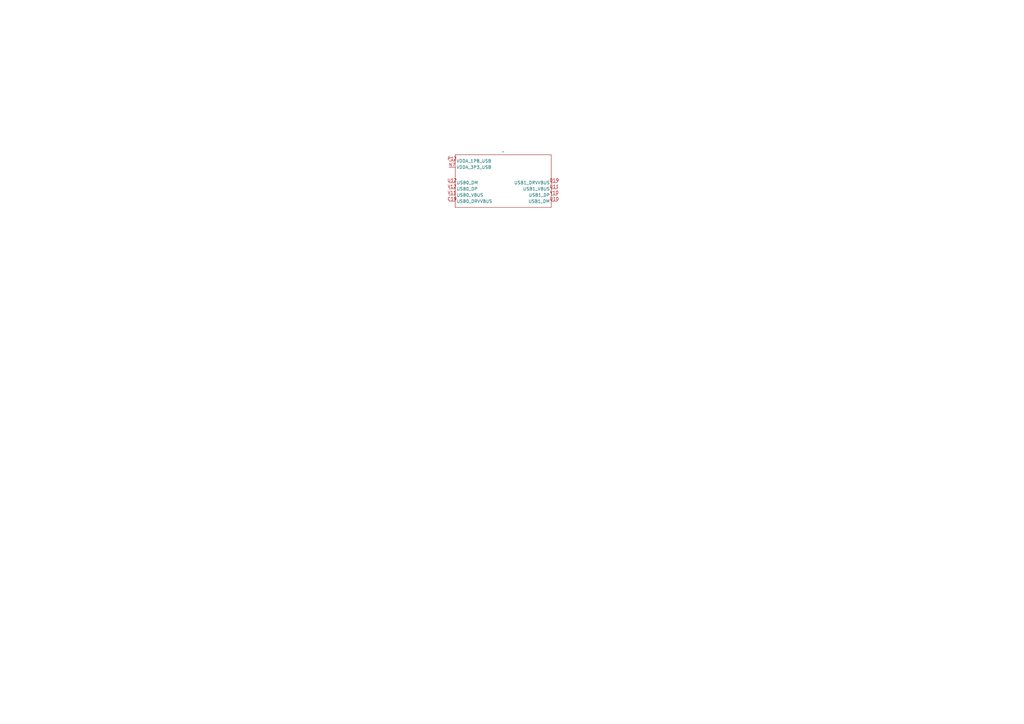
<source format=kicad_sch>
(kicad_sch (version 20250114) (generator "eeschema") (generator_version "9.0")
  (paper "A3")
  (lib_symbols
    (symbol "octavo_Library:osd62x-pm"
      (symbol "osd62x-pm_1_1"
        (rectangle (start -20.32 -2.54) (end 19.05 -198.12))
        (pin power_in line (at -22.86 -5.08 0) (length 2.54) (name "VDD_CORE") (number "G13"))
        (pin power_in line (at -22.86 -7.62 0) (length 2.54) (name "VDD_CORE") (number "G14"))
        (pin power_in line (at -22.86 -10.16 0) (length 2.54) (name "VDD_CORE") (number "G15"))
        (pin power_in line (at -22.86 -12.7 0) (length 2.54) (name "VDD_CORE") (number "G16"))
        (pin power_in line (at -22.86 -15.24 0) (length 2.54) (name "VDD_CORE") (number "G16"))
        (pin power_in line (at -22.86 -17.78 0) (length 2.54) (name "VDD_CORE") (number "H12"))
        (pin power_in line (at -22.86 -20.32 0) (length 2.54) (name "VDD_CORE") (number "H13"))
        (pin power_in line (at -22.86 -22.86 0) (length 2.54) (name "VDD_CORE") (number "H14"))
        (pin power_in line (at -22.86 -25.4 0) (length 2.54) (name "VDD_CORE") (number "H15"))
        (pin power_in line (at -22.86 -27.94 0) (length 2.54) (name "VDD_CORE") (number "H16"))
        (pin power_in line (at -22.86 -30.48 0) (length 2.54) (name "VDD_CORE") (number "J12"))
        (pin power_in line (at -22.86 -33.02 0) (length 2.54) (name "VDD_CORE") (number "J13"))
        (pin power_in line (at -22.86 -35.56 0) (length 2.54) (name "VDD_CORE") (number "J16"))
        (pin power_in line (at -22.86 -38.1 0) (length 2.54) (name "VDD_CORE") (number "K12"))
        (pin power_in line (at -22.86 -40.64 0) (length 2.54) (name "VDD_CORE") (number "K13"))
        (pin power_in line (at -22.86 -43.18 0) (length 2.54) (name "VDD_CORE") (number "K16"))
        (pin power_in line (at -22.86 -45.72 0) (length 2.54) (name "VDD_CORE") (number "L13"))
        (pin power_in line (at -22.86 -48.26 0) (length 2.54) (name "VDD_CORE") (number "L14"))
        (pin power_in line (at -22.86 -50.8 0) (length 2.54) (name "VDD_CORE") (number "L15"))
        (pin power_in line (at -22.86 -55.88 0) (length 2.54) (name "VDDR_CORE") (number "H17"))
        (pin power_in line (at -22.86 -58.42 0) (length 2.54) (name "VDDR_CORE") (number "H18"))
        (pin power_in line (at -22.86 -60.96 0) (length 2.54) (name "VDDR_CORE") (number "J17"))
        (pin power_in line (at -22.86 -63.5 0) (length 2.54) (name "VDDR_CORE") (number "J18"))
        (pin power_in line (at -22.86 -66.04 0) (length 2.54) (name "VDDR_CORE") (number "K17"))
        (pin power_in line (at -22.86 -68.58 0) (length 2.54) (name "VDDR_CORE") (number "K18"))
        (pin power_in line (at -22.86 -71.12 0) (length 2.54) (name "VDDR_CORE") (number "L17"))
        (pin power_in line (at -22.86 -73.66 0) (length 2.54) (name "VDDR_CORE") (number "L18"))
        (pin power_in line (at -22.86 -78.74 0) (length 2.54) (name "DDR_VPP") (number "N10"))
        (pin power_in line (at -22.86 -85.09 0) (length 2.54) (name "VDDA_CORE_CSIRX0") (number "M13"))
        (pin power_in line (at -22.86 -88.9 0) (length 2.54) (name "VDDA_CORE_USB") (number "M12"))
        (pin power_in line (at -22.86 -92.71 0) (length 2.54) (name "VDD_CANUART") (number "G12"))
        (pin power_in line (at -22.86 -102.87 0) (length 2.54) (name "VDDA_1P8_OLDI0") (number "P11"))
        (pin power_in line (at -22.86 -105.41 0) (length 2.54) (name "VDDA_1P8_CSIRX0") (number "P13"))
        (pin power_in line (at -22.86 -107.95 0) (length 2.54) (name "VDDA_1P8_USB") (number "P12"))
        (pin power_in line (at -22.86 -110.49 0) (length 2.54) (name "VDDA_PLL0") (number "N13"))
        (pin power_in line (at -22.86 -113.03 0) (length 2.54) (name "VDDA_PLL1") (number "N14"))
        (pin power_in line (at -22.86 -115.57 0) (length 2.54) (name "VDDA_PLL2") (number "F14"))
        (pin power_in line (at -22.86 -118.11 0) (length 2.54) (name "VDDA_MCU") (number "F13"))
        (pin power_in line (at -22.86 -120.65 0) (length 2.54) (name "VDDA_TEMP") (number "N12"))
        (pin power_in line (at -22.86 -123.19 0) (length 2.54) (name "VDDA_OSC0") (number "D15"))
        (pin power_in line (at -22.86 -125.73 0) (length 2.54) (name "VDDA_3P3_USB") (number "N7"))
        (pin power_in line (at -22.86 -135.89 0) (length 2.54) (name "VPP") (number "C16"))
        (pin power_in line (at -22.86 -144.78 0) (length 2.54) (name "VMON_SYS") (number "A15"))
        (pin power_in line (at -22.86 -149.86 0) (length 2.54) (name "VMON_1P8_SOC") (number "C15"))
        (pin power_in line (at -22.86 -154.94 0) (length 2.54) (name "VMON_3P3_SOC") (number "B15"))
        (pin power_in line (at 21.59 -5.08 180) (length 2.54) (name "VDDS_DDR") (number "K10"))
        (pin power_in line (at 21.59 -7.62 180) (length 2.54) (name "VDDS_DDR") (number "K11"))
        (pin power_in line (at 21.59 -10.16 180) (length 2.54) (name "VDDS_DDR") (number "L9"))
        (pin power_in line (at 21.59 -12.7 180) (length 2.54) (name "VDDS_DDR") (number "L10"))
        (pin power_in line (at 21.59 -15.24 180) (length 2.54) (name "VDDS_DDR") (number "L11"))
        (pin power_in line (at 21.59 -17.78 180) (length 2.54) (name "VDDS_DDR") (number "M8"))
        (pin power_in line (at 21.59 -20.32 180) (length 2.54) (name "VDDS_DDR") (number "M9"))
        (pin power_in line (at 21.59 -22.86 180) (length 2.54) (name "VDDS_DDR") (number "M10"))
        (pin power_in line (at 21.59 -25.4 180) (length 2.54) (name "VDDS_DDR") (number "N8"))
        (pin power_in line (at 21.59 -27.94 180) (length 2.54) (name "VDDS_DDR") (number "N9"))
        (pin power_in line (at 21.59 -31.75 180) (length 2.54) (name "VDDSHV_CANUART") (number "F11"))
        (pin power_in line (at 21.59 -34.29 180) (length 2.54) (name "VDDSHV_CANUART") (number "G10"))
        (pin power_in line (at 21.59 -36.83 180) (length 2.54) (name "VDDSHV_MCU") (number "F12"))
        (pin power_in line (at 21.59 -39.37 180) (length 2.54) (name "VDDSHV_MCU") (number "G11"))
        (pin power_in line (at 21.59 -43.18 180) (length 2.54) (name "VDDSHV0") (number "J21"))
        (pin power_in line (at 21.59 -45.72 180) (length 2.54) (name "VDDSHV0") (number "J22"))
        (pin power_in line (at 21.59 -48.26 180) (length 2.54) (name "VDDSHV1") (number "K21"))
        (pin power_in line (at 21.59 -50.8 180) (length 2.54) (name "VDDSHV1") (number "K22"))
        (pin power_in line (at 21.59 -53.34 180) (length 2.54) (name "VDDSHV2") (number "M21"))
        (pin power_in line (at 21.59 -55.88 180) (length 2.54) (name "VDDSHV2") (number "M22"))
        (pin power_in line (at 21.59 -58.42 180) (length 2.54) (name "VDDSHV3") (number "L21"))
        (pin power_in line (at 21.59 -60.96 180) (length 2.54) (name "VDDSHV3") (number "L22"))
        (pin power_in line (at 21.59 -63.5 180) (length 2.54) (name "VDDSHV4") (number "N11"))
        (pin power_in line (at 21.59 -66.04 180) (length 2.54) (name "VDDSHV4") (number "P10"))
        (pin power_in line (at 21.59 -68.58 180) (length 2.54) (name "VDDSHV5") (number "G21"))
        (pin power_in line (at 21.59 -71.12 180) (length 2.54) (name "VDDSHV5") (number "G22"))
        (pin power_in line (at 21.59 -73.66 180) (length 2.54) (name "VDDSHV6") (number "H21"))
        (pin power_in line (at 21.59 -76.2 180) (length 2.54) (name "VDDSHV6") (number "H22"))
        (pin power_in line (at 21.59 -80.01 180) (length 2.54) (name "VSS") (number "A2"))
        (pin power_in line (at 21.59 -82.55 180) (length 2.54) (name "VSS") (number "A14"))
        (pin power_in line (at 21.59 -85.09 180) (length 2.54) (name "VSS") (number "A27"))
        (pin power_in line (at 21.59 -87.63 180) (length 2.54) (name "VSS") (number "B1"))
        (pin power_in line (at 21.59 -90.17 180) (length 2.54) (name "VSS") (number "B14"))
        (pin power_in line (at 21.59 -92.71 180) (length 2.54) (name "VSS") (number "B28"))
        (pin power_in line (at 21.59 -95.25 180) (length 2.54) (name "VSS") (number "C3"))
        (pin power_in line (at 21.59 -97.79 180) (length 2.54) (name "VSS") (number "C4"))
        (pin power_in line (at 21.59 -100.33 180) (length 2.54) (name "VSS") (number "C14"))
        (pin power_in line (at 21.59 -102.87 180) (length 2.54) (name "VSS") (number "D3"))
        (pin power_in line (at 21.59 -105.41 180) (length 2.54) (name "VSS") (number "D4"))
        (pin power_in line (at 21.59 -107.95 180) (length 2.54) (name "VSS") (number "D14"))
        (pin power_in line (at 21.59 -110.49 180) (length 2.54) (name "VSS") (number "E3"))
        (pin power_in line (at 21.59 -113.03 180) (length 2.54) (name "VSS") (number "E4"))
        (pin power_in line (at 21.59 -115.57 180) (length 2.54) (name "VSS") (number "E5"))
        (pin power_in line (at 21.59 -118.11 180) (length 2.54) (name "VSS") (number "E6"))
        (pin power_in line (at 21.59 -120.65 180) (length 2.54) (name "VSS") (number "E7"))
        (pin power_in line (at 21.59 -123.19 180) (length 2.54) (name "VSS") (number "E8"))
        (pin power_in line (at 21.59 -125.73 180) (length 2.54) (name "VSS") (number "E9"))
        (pin power_in line (at 21.59 -128.27 180) (length 2.54) (name "VSS") (number "E10"))
        (pin power_in line (at 21.59 -130.81 180) (length 2.54) (name "VSS") (number "E11"))
        (pin power_in line (at 21.59 -133.35 180) (length 2.54) (name "VSS") (number "E12"))
        (pin power_in line (at 21.59 -135.89 180) (length 2.54) (name "VSS") (number "E13"))
        (pin power_in line (at 21.59 -138.43 180) (length 2.54) (name "VSS") (number "E16"))
        (pin power_in line (at 21.59 -140.97 180) (length 2.54) (name "VSS") (number "E17"))
        (pin power_in line (at 21.59 -143.51 180) (length 2.54) (name "VSS") (number "E18"))
        (pin power_in line (at 21.59 -146.05 180) (length 2.54) (name "VSS") (number "E19"))
        (pin power_in line (at 21.59 -148.59 180) (length 2.54) (name "VSS") (number "E20"))
        (pin power_in line (at 21.59 -151.13 180) (length 2.54) (name "VSS") (number "E21"))
        (pin power_in line (at 21.59 -153.67 180) (length 2.54) (name "VSS") (number "E22"))
        (pin power_in line (at 21.59 -156.21 180) (length 2.54) (name "VSS") (number "E23"))
        (pin power_in line (at 21.59 -158.75 180) (length 2.54) (name "VSS") (number "E24"))
        (pin power_in line (at 21.59 -161.29 180) (length 2.54) (name "VSS") (number "F19"))
        (pin power_in line (at 21.59 -163.83 180) (length 2.54) (name "VSS") (number "F20"))
        (pin power_in line (at 21.59 -166.37 180) (length 2.54) (name "VSS") (number "F21"))
        (pin power_in line (at 21.59 -168.91 180) (length 2.54) (name "VSS") (number "F22"))
        (pin power_in line (at 21.59 -171.45 180) (length 2.54) (name "VSS") (number "F23"))
        (pin power_in line (at 21.59 -173.99 180) (length 2.54) (name "VSS") (number "F24"))
        (pin power_in line (at 21.59 -176.53 180) (length 2.54) (name "VSS") (number "G19"))
        (pin power_in line (at 21.59 -179.07 180) (length 2.54) (name "VSS") (number "G20"))
        (pin power_in line (at 21.59 -181.61 180) (length 2.54) (name "VSS") (number "G23"))
        (pin power_in line (at 21.59 -184.15 180) (length 2.54) (name "VSS") (number "G24"))
        (pin power_in line (at 21.59 -186.69 180) (length 2.54) (name "VSS") (number "H19"))
        (pin power_in line (at 21.59 -189.23 180) (length 2.54) (name "VSS") (number "H20"))
        (pin power_in line (at 21.59 -191.77 180) (length 2.54) (name "VSS") (number "H24"))
        (pin power_in line (at 21.59 -194.31 180) (length 2.54) (name "VSS") (number "J14"))
        (pin power_in line (at 21.59 -196.85 180) (length 2.54) (name "VSS") (number "J15"))
      )
      (symbol "osd62x-pm_2_1"
        (rectangle (start -19.05 -2.54) (end 20.32 -30.48))
        (pin input line (at -184.15 132.08 0) (length 2.54) (name "MCU_OSC0_XI") (number "G1"))
        (pin input line (at -21.59 -5.08 0) (length 2.54) (name "MCU_OSC0_XI") (number "G1"))
        (pin output line (at -21.59 -7.62 0) (length 2.54) (name "MCU_OCS0_XO") (number "G2"))
        (pin input line (at -21.59 -12.7 0) (length 2.54) (name "WKUP_LFOSC0_XI") (number "H1"))
        (pin output line (at -21.59 -15.24 0) (length 2.54) (name "WKUP_LFOSC0_XO") (number "H2"))
        (pin input line (at -21.59 -20.32 0) (length 2.54) (name "EXT_REFCLK1") (number "D16"))
        (pin output line (at -21.59 -22.86 0) (length 2.54) (name "WKUP_CLKOUT0") (number "C7"))
        (pin output line (at 22.86 -5.08 180) (length 2.54) (name "RESETSTATZ") (number "C18"))
        (pin output line (at 22.86 -8.89 180) (length 2.54) (name "PORZ_OUT") (number "D18"))
        (pin input line (at 22.86 -12.7 180) (length 2.54) (name "RESET_REQZ") (number "D17"))
        (pin input line (at 22.86 -16.51 180) (length 2.54) (name "MCU_PORZ") (number "D6"))
        (pin input line (at 22.86 -20.32 180) (length 2.54) (name "MCU_RESETZ") (number "D6"))
        (pin output line (at 22.86 -24.13 180) (length 2.54) (name "MCU_RESETSTATZ") (number "C6"))
      )
      (symbol "osd62x-pm_3_1"
        (rectangle (start -20.32 -2.54) (end 19.05 -55.88))
        (pin power_in line (at -22.86 -5.08 0) (length 2.54) (name "DDR_VPP") (number "N10"))
        (pin no_connect line (at -22.86 -8.89 0) (length 2.54) (name "DDR_RSVD0") (number "F10"))
        (pin bidirectional line (at -22.86 -15.24 0) (length 2.54) (name "GPMC0_AD0") (number "G28"))
        (pin bidirectional line (at -22.86 -17.78 0) (length 2.54) (name "GPMC0_AD1") (number "G27"))
        (pin bidirectional line (at -22.86 -20.32 0) (length 2.54) (name "GPMC0_AD2") (number "F28"))
        (pin bidirectional line (at -22.86 -22.86 0) (length 2.54) (name "GPMC0_AD3") (number "F27"))
        (pin bidirectional line (at -22.86 -25.4 0) (length 2.54) (name "GPMC0_AD4") (number "E28"))
        (pin bidirectional line (at -22.86 -27.94 0) (length 2.54) (name "GPMC0_AD5") (number "E27"))
        (pin bidirectional line (at -22.86 -30.48 0) (length 2.54) (name "GPMC0_AD6") (number "D28"))
        (pin bidirectional line (at -22.86 -33.02 0) (length 2.54) (name "GPMC0_AD7") (number "D27"))
        (pin bidirectional line (at -22.86 -35.56 0) (length 2.54) (name "GPMC0_AD8") (number "L27"))
        (pin bidirectional line (at -22.86 -38.1 0) (length 2.54) (name "GPMC0_AD9") (number "L28"))
        (pin bidirectional line (at -22.86 -40.64 0) (length 2.54) (name "GPMC0_AD10") (number "K27"))
        (pin bidirectional line (at -22.86 -43.18 0) (length 2.54) (name "GPMC0_AD11") (number "K28"))
        (pin bidirectional line (at -22.86 -45.72 0) (length 2.54) (name "GPMC0_AD12") (number "J28"))
        (pin bidirectional line (at -22.86 -48.26 0) (length 2.54) (name "GPMC0_AD13") (number "J27"))
        (pin bidirectional line (at -22.86 -50.8 0) (length 2.54) (name "GPMC0_AD14") (number "H28"))
        (pin bidirectional line (at -22.86 -53.34 0) (length 2.54) (name "GPMC0_AD15") (number "H27"))
        (pin output line (at 21.59 -5.08 180) (length 2.54) (name "GPMC0_ADVN_ALE") (number "H25"))
        (pin output line (at 21.59 -7.62 180) (length 2.54) (name "GPMC0_OEN_REN") (number "H26"))
        (pin output line (at 21.59 -10.16 180) (length 2.54) (name "GPMC0_WEN") (number "J25"))
        (pin output line (at 21.59 -12.7 180) (length 2.54) (name "GPMC0_BE0N_CLE") (number "J26"))
        (pin output line (at 21.59 -15.24 180) (length 2.54) (name "GPMC0_BE1N") (number "K25"))
        (pin output line (at 21.59 -17.78 180) (length 2.54) (name "GPMC0_CSN0") (number "F26"))
        (pin output line (at 21.59 -20.32 180) (length 2.54) (name "GPMC0_CSN1") (number "F25"))
        (pin output line (at 21.59 -22.86 180) (length 2.54) (name "GPMC0_CSN2") (number "E26"))
        (pin output line (at 21.59 -25.4 180) (length 2.54) (name "GPMC0_CSN3") (number "E25"))
        (pin output line (at 21.59 -27.94 180) (length 2.54) (name "GPMC0_WAIT0") (number "L25"))
        (pin output line (at 21.59 -30.48 180) (length 2.54) (name "GPMC0_WAIT1") (number "L26"))
        (pin output line (at 21.59 -33.02 180) (length 2.54) (name "GPMC0_CLK") (number "K26"))
        (pin output line (at 21.59 -35.56 180) (length 2.54) (name "GPMC0_DIR") (number "G25"))
        (pin output line (at 21.59 -38.1 180) (length 2.54) (name "GPMC0_WPN") (number "G26"))
      )
      (symbol "osd62x-pm_4_1"
        (rectangle (start -20.32 -2.54) (end 19.05 -106.68))
        (pin output line (at -22.86 -5.08 0) (length 2.54) (name "UART0_TXD") (number "B10"))
        (pin input line (at -22.86 -7.62 0) (length 2.54) (name "UART0_RXD") (number "A10"))
        (pin input line (at -22.86 -10.16 0) (length 2.54) (name "UART0_CTSN") (number "A9"))
        (pin output line (at -22.86 -12.7 0) (length 2.54) (name "UART0_RTSN") (number "B9"))
        (pin output line (at -22.86 -17.78 0) (length 2.54) (name "MCU_UART0_TXD") (number "B3"))
        (pin input line (at -22.86 -20.32 0) (length 2.54) (name "MCU_UART0_RXD") (number "B2"))
        (pin input line (at -22.86 -22.86 0) (length 2.54) (name "MCU_UART0_CTSN") (number "B4"))
        (pin output line (at -22.86 -25.4 0) (length 2.54) (name "MCU_UART0_RTSN") (number "A3"))
        (pin output line (at -22.86 -30.48 0) (length 2.54) (name "WKUP_UART0_TXD") (number "C1"))
        (pin input line (at -22.86 -33.02 0) (length 2.54) (name "WKUP_UART0_RXD") (number "C2"))
        (pin input line (at -22.86 -35.56 0) (length 2.54) (name "WKUP_UART0_CTSN") (number "D1"))
        (pin output line (at -22.86 -38.1 0) (length 2.54) (name "WKUP_UART0_RTSN") (number "A3"))
        (pin bidirectional line (at -22.86 -44.45 0) (length 2.54) (name "I2C0_SCL") (number "A12"))
        (pin bidirectional line (at -22.86 -46.99 0) (length 2.54) (name "I2C0_SDA") (number "B12"))
        (pin bidirectional line (at -22.86 -52.07 0) (length 2.54) (name "I2C1_SCL") (number "A13"))
        (pin bidirectional line (at -22.86 -54.61 0) (length 2.54) (name "I2C1_SDA") (number "B13"))
        (pin bidirectional line (at -22.86 -59.69 0) (length 2.54) (name "MCU_I2C0_SCL") (number "A7"))
        (pin bidirectional line (at -22.86 -62.23 0) (length 2.54) (name "MCU_I2C0_SDA") (number "B7"))
        (pin bidirectional line (at -22.86 -67.31 0) (length 2.54) (name "WKUP_I2C0_SCL") (number "A8"))
        (pin bidirectional line (at -22.86 -69.85 0) (length 2.54) (name "WKUP_I2C0_SDA") (number "B8"))
        (pin input line (at -22.86 -77.47 0) (length 2.54) (name "SPI0_CLK") (number "C11"))
        (pin bidirectional line (at -22.86 -80.01 0) (length 2.54) (name "SPI0_D0") (number "D12"))
        (pin bidirectional line (at -22.86 -82.55 0) (length 2.54) (name "SPI0_D1") (number "C12"))
        (pin output line (at -22.86 -85.09 0) (length 2.54) (name "SPI0_CS0") (number "D13"))
        (pin output line (at -22.86 -87.63 0) (length 2.54) (name "SPI0_CS1") (number "C13"))
        (pin input line (at -22.86 -93.98 0) (length 2.54) (name "MCU_SPI0_CLK") (number "A4"))
        (pin bidirectional line (at -22.86 -96.52 0) (length 2.54) (name "MCU_SPI0_D0") (number "B5"))
        (pin bidirectional line (at -22.86 -99.06 0) (length 2.54) (name "MCU_SPI0_D1") (number "A5"))
        (pin output line (at -22.86 -101.6 0) (length 2.54) (name "MCU_SPI0_CS0") (number "B6"))
        (pin output line (at -22.86 -104.14 0) (length 2.54) (name "MCU_SPI0_CS1") (number "A6"))
        (pin input line (at 21.59 -5.08 180) (length 2.54) (name "MCAN0_RX") (number "A11"))
        (pin output line (at 21.59 -7.62 180) (length 2.54) (name "MCAN0_TX") (number "B11"))
        (pin input line (at 21.59 -12.7 180) (length 2.54) (name "MCU_MCAN0_RX") (number "E1"))
        (pin output line (at 21.59 -15.24 180) (length 2.54) (name "MCU_MCAN0_TX") (number "E2"))
        (pin input line (at 21.59 -20.32 180) (length 2.54) (name "MCU_MCAN1_RX") (number "F1"))
        (pin output line (at 21.59 -22.86 180) (length 2.54) (name "MCU_MCAN1_TX") (number "F2"))
        (pin output line (at 21.59 -30.48 180) (length 2.54) (name "MCU_ERRORN") (number "D7"))
        (pin input line (at 21.59 -33.02 180) (length 2.54) (name "MCU_PORZ") (number "D6"))
        (pin input line (at 21.59 -35.56 180) (length 2.54) (name "MCU_RESETZ") (number "C5"))
        (pin output line (at 21.59 -38.1 180) (length 2.54) (name "MCU_RESETSTATZ") (number "C6"))
      )
      (symbol "osd62x-pm_5_1"
        (rectangle (start -20.32 -2.54) (end 19.05 -50.8))
        (pin input line (at -24.13 -13.97 0) (length 2.54) (name "RGMII1_RD3") (number "V21"))
        (pin input line (at -24.13 -16.51 0) (length 2.54) (name "RGMII1_RD2") (number "U21"))
        (pin input line (at -24.13 -19.05 0) (length 2.54) (name "RGMII1_RD1") (number "V22"))
        (pin input line (at -24.13 -21.59 0) (length 2.54) (name "RGMII1_RD0") (number "U22"))
        (pin input line (at -24.13 -24.13 0) (length 2.54) (name "RGMII1_RX_CTL") (number "V20"))
        (pin input line (at -24.13 -26.67 0) (length 2.54) (name "RGMII1_RXC") (number "U20"))
        (pin bidirectional line (at -22.86 -5.08 0) (length 2.54) (name "MDIO0_MDIO") (number "U26"))
        (pin output line (at -22.86 -7.62 0) (length 2.54) (name "MDIO0_MDC") (number "V26"))
        (pin input line (at -22.86 -35.56 0) (length 2.54) (name "RGMII2_RXC") (number "R22"))
        (pin input line (at -22.86 -38.1 0) (length 2.54) (name "RGMII2_RX_CTL") (number "T23"))
        (pin input line (at -22.86 -40.64 0) (length 2.54) (name "RGMII2_RD0") (number "T25"))
        (pin input line (at -22.86 -43.18 0) (length 2.54) (name "RGMII2_RD1") (number "R24"))
        (pin input line (at -22.86 -45.72 0) (length 2.54) (name "RGMII2_RD2") (number "T24"))
        (pin input line (at -22.86 -48.26 0) (length 2.54) (name "RGMII2_RD3") (number "R23"))
        (pin output line (at 21.59 -13.97 180) (length 2.54) (name "RGMII1_TD3") (number "V24"))
        (pin output line (at 21.59 -16.51 180) (length 2.54) (name "RGMII1_TD2") (number "U24"))
        (pin output line (at 21.59 -19.05 180) (length 2.54) (name "RGMII1_TD1") (number "V25"))
        (pin output line (at 21.59 -21.59 180) (length 2.54) (name "RGMII1_TDO") (number "U25"))
        (pin output line (at 21.59 -24.13 180) (length 2.54) (name "RGMII1_TX_CTL") (number "V23"))
        (pin output line (at 21.59 -26.67 180) (length 2.54) (name "RGMII1_TXC") (number "U25"))
        (pin output line (at 21.59 -35.56 180) (length 2.54) (name "RGMII2_TD3") (number "R20"))
        (pin output line (at 21.59 -38.1 180) (length 2.54) (name "RGMII2_TD2") (number "T21"))
        (pin output line (at 21.59 -40.64 180) (length 2.54) (name "RGMII2_TD1") (number "R21"))
        (pin output line (at 21.59 -43.18 180) (length 2.54) (name "TGMII2TD0") (number "T22"))
        (pin output line (at 21.59 -45.72 180) (length 2.54) (name "RGMII2_TX_CTL") (number "T20"))
        (pin output line (at 21.59 -48.26 180) (length 2.54) (name "RGMII2_TXC") (number "R19"))
      )
      (symbol "osd62x-pm_6_1"
        (rectangle (start -20.32 -2.54) (end 19.05 -24.13))
        (pin power_in line (at -22.86 -5.08 0) (length 2.54) (name "VDDA_1P8_USB") (number "P12"))
        (pin power_in line (at -22.86 -7.62 0) (length 2.54) (name "VDDA_3P3_USB") (number "N7"))
        (pin bidirectional line (at -22.86 -13.97 0) (length 2.54) (name "USB0_DM") (number "U12"))
        (pin bidirectional line (at -22.86 -16.51 0) (length 2.54) (name "USB0_DP") (number "V12"))
        (pin input line (at -22.86 -19.05 0) (length 2.54) (name "USB0_VBUS") (number "V11"))
        (pin output line (at -22.86 -21.59 0) (length 2.54) (name "USB0_DRVVBUS") (number "C19"))
        (pin output line (at 21.59 -13.97 180) (length 2.54) (name "USB1_DRVVBUS") (number "D19"))
        (pin input line (at 21.59 -16.51 180) (length 2.54) (name "USB1_VBUS") (number "U11"))
        (pin bidirectional line (at 21.59 -19.05 180) (length 2.54) (name "USB1_DP") (number "V10"))
        (pin bidirectional line (at 21.59 -21.59 180) (length 2.54) (name "USB1_DM") (number "U10"))
      )
    )
  )
  (symbol (lib_id "octavo_Library:osd62x-pm") (at 207.01 60.96 0) (unit 6)
    (property "Reference" "U1" (effects (hide yes)))
    (property "Value" "~" (at 206.375 62.23 0))
  )
)
</source>
